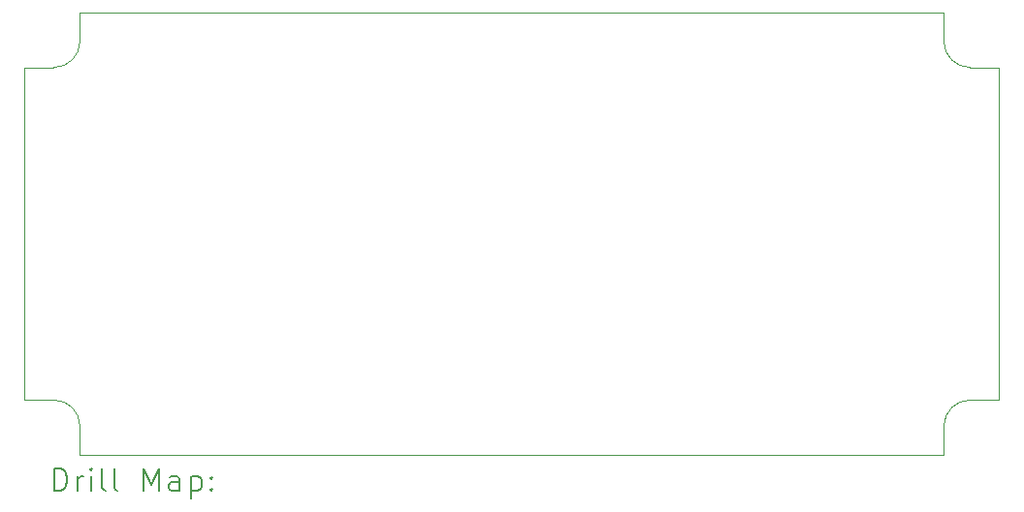
<source format=gbr>
%TF.GenerationSoftware,KiCad,Pcbnew,7.0.7*%
%TF.CreationDate,2023-10-01T14:50:08+02:00*%
%TF.ProjectId,MultiSwitch_Mcp23017_MiniSwitch,4d756c74-6953-4776-9974-63685f4d6370,1.0*%
%TF.SameCoordinates,Original*%
%TF.FileFunction,Drillmap*%
%TF.FilePolarity,Positive*%
%FSLAX45Y45*%
G04 Gerber Fmt 4.5, Leading zero omitted, Abs format (unit mm)*
G04 Created by KiCad (PCBNEW 7.0.7) date 2023-10-01 14:50:08*
%MOMM*%
%LPD*%
G01*
G04 APERTURE LIST*
%ADD10C,0.050000*%
%ADD11C,0.200000*%
G04 APERTURE END LIST*
D10*
X21805900Y-9842500D02*
G75*
G03*
X22034500Y-10071100I228600J0D01*
G01*
X21805900Y-13208000D02*
X21805900Y-13462000D01*
X22034500Y-12979400D02*
X22288500Y-12979400D01*
X21805900Y-13462000D02*
X14262100Y-13462000D01*
X14262452Y-13208000D02*
X14262452Y-13462000D01*
X14033500Y-12979047D02*
X13779500Y-12979047D01*
X22034500Y-12979400D02*
G75*
G03*
X21805900Y-13208000I0J-228600D01*
G01*
X14262100Y-9588500D02*
X21805900Y-9588500D01*
X22288500Y-10071100D02*
X22034500Y-10071100D01*
X14033500Y-10071100D02*
X13779500Y-10071100D01*
X14262100Y-9842500D02*
X14262100Y-9588500D01*
X22288500Y-12979400D02*
X22288500Y-10071100D01*
X14033500Y-10071100D02*
G75*
G03*
X14262100Y-9842500I0J228600D01*
G01*
X14262452Y-13208000D02*
G75*
G03*
X14033500Y-12979047I-228953J0D01*
G01*
X13779500Y-12979400D02*
X13779500Y-10071100D01*
X21805900Y-9842500D02*
X21805900Y-9588500D01*
D11*
X14037777Y-13775984D02*
X14037777Y-13575984D01*
X14037777Y-13575984D02*
X14085396Y-13575984D01*
X14085396Y-13575984D02*
X14113967Y-13585508D01*
X14113967Y-13585508D02*
X14133015Y-13604555D01*
X14133015Y-13604555D02*
X14142539Y-13623603D01*
X14142539Y-13623603D02*
X14152062Y-13661698D01*
X14152062Y-13661698D02*
X14152062Y-13690269D01*
X14152062Y-13690269D02*
X14142539Y-13728365D01*
X14142539Y-13728365D02*
X14133015Y-13747412D01*
X14133015Y-13747412D02*
X14113967Y-13766460D01*
X14113967Y-13766460D02*
X14085396Y-13775984D01*
X14085396Y-13775984D02*
X14037777Y-13775984D01*
X14237777Y-13775984D02*
X14237777Y-13642650D01*
X14237777Y-13680746D02*
X14247301Y-13661698D01*
X14247301Y-13661698D02*
X14256824Y-13652174D01*
X14256824Y-13652174D02*
X14275872Y-13642650D01*
X14275872Y-13642650D02*
X14294920Y-13642650D01*
X14361586Y-13775984D02*
X14361586Y-13642650D01*
X14361586Y-13575984D02*
X14352062Y-13585508D01*
X14352062Y-13585508D02*
X14361586Y-13595031D01*
X14361586Y-13595031D02*
X14371110Y-13585508D01*
X14371110Y-13585508D02*
X14361586Y-13575984D01*
X14361586Y-13575984D02*
X14361586Y-13595031D01*
X14485396Y-13775984D02*
X14466348Y-13766460D01*
X14466348Y-13766460D02*
X14456824Y-13747412D01*
X14456824Y-13747412D02*
X14456824Y-13575984D01*
X14590158Y-13775984D02*
X14571110Y-13766460D01*
X14571110Y-13766460D02*
X14561586Y-13747412D01*
X14561586Y-13747412D02*
X14561586Y-13575984D01*
X14818729Y-13775984D02*
X14818729Y-13575984D01*
X14818729Y-13575984D02*
X14885396Y-13718841D01*
X14885396Y-13718841D02*
X14952062Y-13575984D01*
X14952062Y-13575984D02*
X14952062Y-13775984D01*
X15133015Y-13775984D02*
X15133015Y-13671222D01*
X15133015Y-13671222D02*
X15123491Y-13652174D01*
X15123491Y-13652174D02*
X15104443Y-13642650D01*
X15104443Y-13642650D02*
X15066348Y-13642650D01*
X15066348Y-13642650D02*
X15047301Y-13652174D01*
X15133015Y-13766460D02*
X15113967Y-13775984D01*
X15113967Y-13775984D02*
X15066348Y-13775984D01*
X15066348Y-13775984D02*
X15047301Y-13766460D01*
X15047301Y-13766460D02*
X15037777Y-13747412D01*
X15037777Y-13747412D02*
X15037777Y-13728365D01*
X15037777Y-13728365D02*
X15047301Y-13709317D01*
X15047301Y-13709317D02*
X15066348Y-13699793D01*
X15066348Y-13699793D02*
X15113967Y-13699793D01*
X15113967Y-13699793D02*
X15133015Y-13690269D01*
X15228253Y-13642650D02*
X15228253Y-13842650D01*
X15228253Y-13652174D02*
X15247301Y-13642650D01*
X15247301Y-13642650D02*
X15285396Y-13642650D01*
X15285396Y-13642650D02*
X15304443Y-13652174D01*
X15304443Y-13652174D02*
X15313967Y-13661698D01*
X15313967Y-13661698D02*
X15323491Y-13680746D01*
X15323491Y-13680746D02*
X15323491Y-13737888D01*
X15323491Y-13737888D02*
X15313967Y-13756936D01*
X15313967Y-13756936D02*
X15304443Y-13766460D01*
X15304443Y-13766460D02*
X15285396Y-13775984D01*
X15285396Y-13775984D02*
X15247301Y-13775984D01*
X15247301Y-13775984D02*
X15228253Y-13766460D01*
X15409205Y-13756936D02*
X15418729Y-13766460D01*
X15418729Y-13766460D02*
X15409205Y-13775984D01*
X15409205Y-13775984D02*
X15399682Y-13766460D01*
X15399682Y-13766460D02*
X15409205Y-13756936D01*
X15409205Y-13756936D02*
X15409205Y-13775984D01*
X15409205Y-13652174D02*
X15418729Y-13661698D01*
X15418729Y-13661698D02*
X15409205Y-13671222D01*
X15409205Y-13671222D02*
X15399682Y-13661698D01*
X15399682Y-13661698D02*
X15409205Y-13652174D01*
X15409205Y-13652174D02*
X15409205Y-13671222D01*
M02*

</source>
